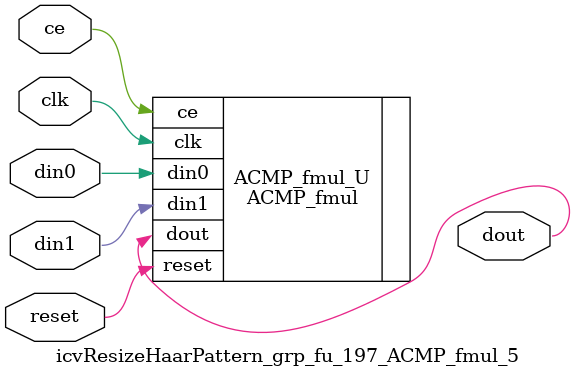
<source format=v>

`timescale 1 ns / 1 ps
module icvResizeHaarPattern_grp_fu_197_ACMP_fmul_5(
    clk,
    reset,
    ce,
    din0,
    din1,
    dout);

parameter ID = 32'd1;
parameter NUM_STAGE = 32'd1;
parameter din0_WIDTH = 32'd1;
parameter din1_WIDTH = 32'd1;
parameter dout_WIDTH = 32'd1;
input clk;
input reset;
input ce;
input[din0_WIDTH - 1:0] din0;
input[din1_WIDTH - 1:0] din1;
output[dout_WIDTH - 1:0] dout;



ACMP_fmul #(
.ID( ID ),
.NUM_STAGE( 4 ),
.din0_WIDTH( din0_WIDTH ),
.din1_WIDTH( din1_WIDTH ),
.dout_WIDTH( dout_WIDTH ))
ACMP_fmul_U(
    .clk( clk ),
    .reset( reset ),
    .ce( ce ),
    .din0( din0 ),
    .din1( din1 ),
    .dout( dout ));

endmodule

</source>
